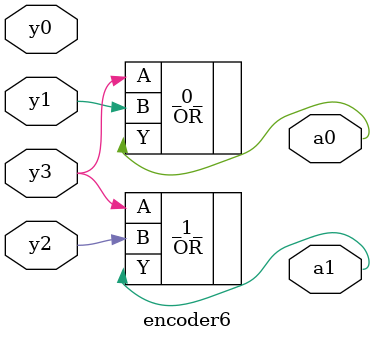
<source format=v>
/* Generated by Yosys 0.41+83 (git sha1 7045cf509, x86_64-w64-mingw32-g++ 13.2.1 -Os) */

/* cells_not_processed =  1  */
/* src = "encoder6.v:1.1-8.10" */
module encoder6(y0, y1, y2, y3, a0, a1);
  /* src = "encoder6.v:3.12-3.14" */
  output a0;
  wire a0;
  /* src = "encoder6.v:3.15-3.17" */
  output a1;
  wire a1;
  /* src = "encoder6.v:2.11-2.13" */
  input y0;
  wire y0;
  /* src = "encoder6.v:2.14-2.16" */
  input y1;
  wire y1;
  /* src = "encoder6.v:2.17-2.19" */
  input y2;
  wire y2;
  /* src = "encoder6.v:2.20-2.22" */
  input y3;
  wire y3;
  OR _0_ (
    .A(y3),
    .B(y1),
    .Y(a0)
  );
  OR _1_ (
    .A(y3),
    .B(y2),
    .Y(a1)
  );
endmodule

</source>
